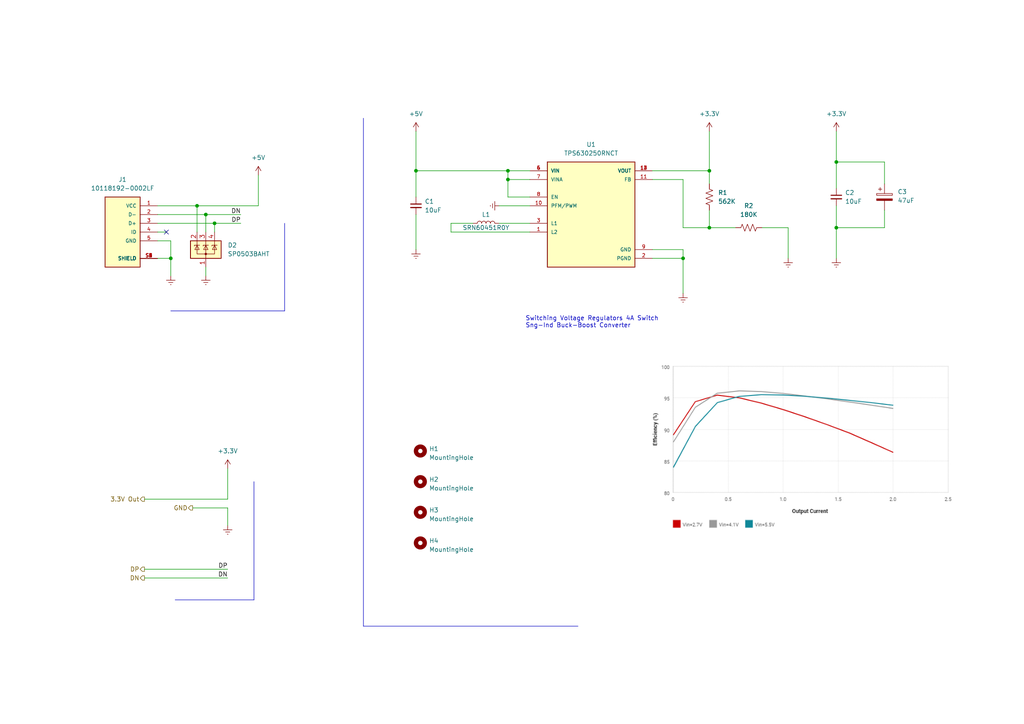
<source format=kicad_sch>
(kicad_sch (version 20230121) (generator eeschema)
  (paper "A4")
  (title_block (title "Accelerometer Sensor") (date "2023-07-02") (rev "02") (company "Electronial") (comment 1 "Designed by Electronial") (comment 2 "https://danielismail.com/  ") (comment 3 "Property of NOVOAI[FIVERR]") (comment 4 "@Copyright & Reserved "))
  (lib_symbols
    (symbol "10118192-0002LF:10118192-0002LF" (pin_names (offset 1.016))
      (property "Reference" "J" (at -5.08 11.43 0))
      (property "Value" "10118192-0002LF" (at -5.08 -12.7 0))
      (symbol "10118192-0002LF_0_0"
        (rectangle (start -5.08 -10.16) (end 5.08 10.16) (stroke (width 0.254)) (fill (type background)))
        (pin power_in line (at -10.16 7.62 0) (length 5.08) (name "VCC") (number "1"))
        (pin bidirectional line (at -10.16 5.08 0) (length 5.08) (name "D-") (number "2"))
        (pin bidirectional line (at -10.16 2.54 0) (length 5.08) (name "D+") (number "3"))
        (pin bidirectional line (at -10.16 0 0) (length 5.08) (name "ID") (number "4"))
        (pin power_in line (at -10.16 -2.54 0) (length 5.08) (name "GND") (number "5"))
        (pin passive line (at -10.16 -7.62 0) (length 5.08) (name "SHIELD") (number "S1"))
        (pin passive line (at -10.16 -7.62 0) (length 5.08) (name "SHIELD") (number "S2"))
        (pin passive line (at -10.16 -7.62 0) (length 5.08) (name "SHIELD") (number "S3"))
        (pin passive line (at -10.16 -7.62 0) (length 5.08) (name "SHIELD") (number "S4"))
        (pin passive line (at -10.16 -7.62 0) (length 5.08) (name "SHIELD") (number "S5"))
        (pin passive line (at -10.16 -7.62 0) (length 5.08) (name "SHIELD") (number "S6"))
      )
    )
    (symbol "Device:C_Polarized" (pin_numbers hide) (pin_names (offset 0.254))
      (property "Reference" "C" (at 0.635 2.54 0))
      (property "Value" "C_Polarized" (at 0.635 -2.54 0))
      (symbol "C_Polarized_0_1"
        (rectangle (start -2.286 0.508) (end 2.286 1.016))
        (polyline (pts (xy -1.778 2.286) (xy -0.762 2.286)))
        (polyline (pts (xy -1.27 2.794) (xy -1.27 1.778)))
        (rectangle (start 2.286 -0.508) (end -2.286 -1.016) (fill (type outline)))
      )
      (symbol "C_Polarized_1_1"
        (pin passive line (at 0 3.81 270) (length 2.794) (name "~") (number "1"))
        (pin passive line (at 0 -3.81 90) (length 2.794) (name "~") (number "2"))
      )
    )
    (symbol "Device:C_Small" (pin_numbers hide) (pin_names (offset 0.254) hide)
      (property "Reference" "C" (at 0.254 1.778 0))
      (property "Value" "C_Small" (at 0.254 -2.032 0))
      (symbol "C_Small_0_1"
        (polyline (pts (xy -1.524 -0.508) (xy 1.524 -0.508)) (stroke (width 0.3302)))
        (polyline (pts (xy -1.524 0.508) (xy 1.524 0.508)) (stroke (width 0.3048)))
      )
      (symbol "C_Small_1_1"
        (pin passive line (at 0 2.54 270) (length 2.032) (name "~") (number "1"))
        (pin passive line (at 0 -2.54 90) (length 2.032) (name "~") (number "2"))
      )
    )
    (symbol "Device:L" (pin_numbers hide) (pin_names (offset 1.016) hide)
      (property "Reference" "L" (at -1.27 0 90))
      (property "Value" "L" (at 1.905 0 90))
      (symbol "L_0_1"
        (arc (start 0 -2.54) (mid 0.6323 -1.905) (end 0 -1.27))
        (arc (start 0 -1.27) (mid 0.6323 -0.635) (end 0 0))
        (arc (start 0 0) (mid 0.6323 0.635) (end 0 1.27))
        (arc (start 0 1.27) (mid 0.6323 1.905) (end 0 2.54))
      )
      (symbol "L_1_1"
        (pin passive line (at 0 3.81 270) (length 1.27) (name "1") (number "1"))
        (pin passive line (at 0 -3.81 90) (length 1.27) (name "2") (number "2"))
      )
    )
    (symbol "Device:R_US" (pin_numbers hide) (pin_names (offset 0))
      (property "Reference" "R" (at 2.54 0 90))
      (property "Value" "R_US" (at -2.54 0 90))
      (symbol "R_US_0_1"
        (polyline (pts (xy 0 -2.286) (xy 0 -2.54)))
        (polyline (pts (xy 0 2.286) (xy 0 2.54)))
        (polyline (pts (xy 0 -0.762) (xy 1.016 -1.143) (xy 0 -1.524) (xy -1.016 -1.905) (xy 0 -2.286)))
        (polyline (pts (xy 0 0.762) (xy 1.016 0.381) (xy 0 0) (xy -1.016 -0.381) (xy 0 -0.762)))
        (polyline (pts (xy 0 2.286) (xy 1.016 1.905) (xy 0 1.524) (xy -1.016 1.143) (xy 0 0.762)))
      )
      (symbol "R_US_1_1"
        (pin passive line (at 0 3.81 270) (length 1.27) (name "~") (number "1"))
        (pin passive line (at 0 -3.81 90) (length 1.27) (name "~") (number "2"))
      )
    )
    (symbol "Mechanical:MountingHole" (pin_names (offset 1.016))
      (property "Reference" "H" (at 0 5.08 0))
      (property "Value" "MountingHole" (at 0 3.175 0))
      (symbol "MountingHole_0_1"
        (circle (center 0 0) (radius 1.27) (stroke (width 1.27)))
      )
    )
    (symbol "Power_Protection:SP0503BAHT" (pin_names hide)
      (property "Reference" "D" (at 5.715 2.54 0))
      (property "Value" "SP0503BAHT" (at 5.715 0.635 0))
      (symbol "SP0503BAHT_0_0"
        (pin passive line (at 0 -5.08 90) (length 2.54) (name "A") (number "1"))
      )
      (symbol "SP0503BAHT_0_1"
        (rectangle (start -4.445 2.54) (end 4.445 -2.54) (stroke (width 0.254)) (fill (type background)))
        (circle (center 0 -1.27) (radius 0.254) (fill (type outline)))
        (polyline (pts (xy -2.54 2.54) (xy -2.54 1.27)))
        (polyline (pts (xy 0 -1.27) (xy 0 -2.54)))
        (polyline (pts (xy 0 -1.27) (xy 0 1.27)))
        (polyline (pts (xy 0 2.54) (xy 0 1.27)))
        (polyline (pts (xy 0.635 1.27) (xy 0.762 1.27)))
        (polyline (pts (xy 2.54 2.54) (xy 2.54 1.27)))
        (polyline (pts (xy 0.635 1.27) (xy -0.762 1.27) (xy -0.762 1.016)))
        (polyline (pts (xy -3.302 1.016) (xy -3.302 1.27) (xy -1.905 1.27) (xy -1.778 1.27)))
        (polyline (pts (xy -2.54 1.27) (xy -2.54 -1.27) (xy 2.54 -1.27) (xy 2.54 1.27)))
        (polyline (pts (xy -2.54 1.27) (xy -1.905 0) (xy -3.175 0) (xy -2.54 1.27)))
        (polyline (pts (xy 0.635 0) (xy -0.635 0) (xy 0 1.27) (xy 0.635 0)))
        (polyline (pts (xy 1.778 1.016) (xy 1.778 1.27) (xy 3.175 1.27) (xy 3.302 1.27)))
        (polyline (pts (xy 2.54 1.27) (xy 1.905 0) (xy 3.175 0) (xy 2.54 1.27)))
      )
      (symbol "SP0503BAHT_1_1"
        (pin passive line (at -2.54 5.08 270) (length 2.54) (name "K") (number "2"))
        (pin passive line (at 0 5.08 270) (length 2.54) (name "K") (number "3"))
        (pin passive line (at 2.54 5.08 270) (length 2.54) (name "K") (number "4"))
      )
    )
    (symbol "TPS630250RNCT:TPS630250RNCT" (pin_names (offset 1.016))
      (property "Reference" "U" (at -12.7 16.51 0))
      (property "Value" "TPS630250RNCT" (at -12.7 -16.51 0))
      (symbol "TPS630250RNCT_0_0"
        (rectangle (start -12.7 -15.24) (end 12.7 15.24) (stroke (width 0.254)) (fill (type background)))
        (pin passive line (at -17.78 -5.08 0) (length 5.08) (name "L2") (number "1"))
        (pin input line (at -17.78 2.54 0) (length 5.08) (name "PFM/PWM") (number "10"))
        (pin input line (at 17.78 10.16 180) (length 5.08) (name "FB") (number "11"))
        (pin output line (at 17.78 12.7 180) (length 5.08) (name "VOUT") (number "12"))
        (pin output line (at 17.78 12.7 180) (length 5.08) (name "VOUT") (number "13"))
        (pin output line (at 17.78 12.7 180) (length 5.08) (name "VOUT") (number "14"))
        (pin power_in line (at 17.78 -12.7 180) (length 5.08) (name "PGND") (number "2"))
        (pin passive line (at -17.78 -2.54 0) (length 5.08) (name "L1") (number "3"))
        (pin input line (at -17.78 12.7 0) (length 5.08) (name "VIN") (number "4"))
        (pin input line (at -17.78 12.7 0) (length 5.08) (name "VIN") (number "5"))
        (pin input line (at -17.78 12.7 0) (length 5.08) (name "VIN") (number "6"))
        (pin input line (at -17.78 10.16 0) (length 5.08) (name "VINA") (number "7"))
        (pin input line (at -17.78 5.08 0) (length 5.08) (name "EN") (number "8"))
        (pin power_in line (at 17.78 -10.16 180) (length 5.08) (name "GND") (number "9"))
      )
    )
    (symbol "power:+3.3V" (power) (pin_names (offset 0))
      (property "Value" "+3.3V" (at 0 3.556 0))
      (symbol "+3.3V_0_1"
        (polyline (pts (xy -0.762 1.27) (xy 0 2.54)))
        (polyline (pts (xy 0 0) (xy 0 2.54)))
        (polyline (pts (xy 0 2.54) (xy 0.762 1.27)))
      )
      (symbol "+3.3V_1_1"
        (pin power_in line (at 0 0 90) (length 0) hide (name "+3.3V") (number "1"))
      )
    )
    (symbol "power:+5V" (power) (pin_names (offset 0))
      (property "Value" "+5V" (at 0 3.556 0))
      (symbol "+5V_0_1"
        (polyline (pts (xy -0.762 1.27) (xy 0 2.54)))
        (polyline (pts (xy 0 0) (xy 0 2.54)))
        (polyline (pts (xy 0 2.54) (xy 0.762 1.27)))
      )
      (symbol "+5V_1_1"
        (pin power_in line (at 0 0 90) (length 0) hide (name "+5V") (number "1"))
      )
    )
    (symbol "power:Earth" (power) (pin_names (offset 0))
      (symbol "Earth_0_1"
        (polyline (pts (xy -0.635 -1.905) (xy 0.635 -1.905)))
        (polyline (pts (xy -0.127 -2.54) (xy 0.127 -2.54)))
        (polyline (pts (xy 0 -1.27) (xy 0 0)))
        (polyline (pts (xy 1.27 -1.27) (xy -1.27 -1.27)))
      )
      (symbol "Earth_1_1"
        (pin power_in line (at 0 0 270) (length 0) hide (name "Earth") (number "1"))
      )
    )
  )
  (junction (at 57.15 59.69))
  (junction (at 59.69 62.23))
  (junction (at 205.74 49.53))
  (junction (at 49.53 74.93))
  (junction (at 120.65 49.53))
  (junction (at 147.32 52.07))
  (junction (at 198.12 74.93))
  (junction (at 147.32 49.53))
  (junction (at 242.57 66.04))
  (junction (at 205.74 66.04))
  (junction (at 242.57 46.99))
  (junction (at 62.23 64.77))
  (no_connect (at 48.26 67.31))
  (polyline (pts (xy 105.41 181.61) (xy 167.64 181.61)))
  (wire (pts (xy 147.32 49.53) (xy 153.67 49.53)))
  (wire (pts (xy 256.54 66.04) (xy 242.57 66.04)))
  (wire (pts (xy 45.72 69.85) (xy 49.53 69.85)))
  (wire (pts (xy 205.74 49.53) (xy 189.23 49.53)))
  (polyline (pts (xy 50.8 173.99) (xy 73.66 173.99)))
  (wire (pts (xy 147.32 52.07) (xy 153.67 52.07)))
  (polyline (pts (xy 73.66 139.7) (xy 73.66 173.99)))
  (wire (pts (xy 120.65 38.1) (xy 120.65 49.53)))
  (wire (pts (xy 57.15 59.69) (xy 74.93 59.69)))
  (wire (pts (xy 189.23 74.93) (xy 198.12 74.93)))
  (wire (pts (xy 198.12 72.39) (xy 189.23 72.39)))
  (wire (pts (xy 144.78 64.77) (xy 153.67 64.77)))
  (wire (pts (xy 198.12 72.39) (xy 198.12 74.93)))
  (wire (pts (xy 198.12 66.04) (xy 198.12 52.07)))
  (wire (pts (xy 228.6 66.04) (xy 220.98 66.04)))
  (wire (pts (xy 62.23 64.77) (xy 62.23 67.31)))
  (wire (pts (xy 153.67 57.15) (xy 147.32 57.15)))
  (wire (pts (xy 205.74 38.1) (xy 205.74 49.53)))
  (wire (pts (xy 66.04 167.64) (xy 41.91 167.64)))
  (wire (pts (xy 59.69 62.23) (xy 69.85 62.23)))
  (wire (pts (xy 45.72 64.77) (xy 62.23 64.77)))
  (wire (pts (xy 62.23 64.77) (xy 69.85 64.77)))
  (wire (pts (xy 59.69 62.23) (xy 59.69 67.31)))
  (wire (pts (xy 49.53 69.85) (xy 49.53 74.93)))
  (wire (pts (xy 130.81 64.77) (xy 137.16 64.77)))
  (wire (pts (xy 147.32 52.07) (xy 147.32 49.53)))
  (wire (pts (xy 45.72 59.69) (xy 57.15 59.69)))
  (wire (pts (xy 144.78 59.69) (xy 153.67 59.69)))
  (wire (pts (xy 256.54 46.99) (xy 256.54 53.34)))
  (wire (pts (xy 130.81 67.31) (xy 130.81 64.77)))
  (wire (pts (xy 120.65 62.23) (xy 120.65 72.39)))
  (polyline (pts (xy 82.55 64.77) (xy 82.55 90.17)))
  (wire (pts (xy 120.65 49.53) (xy 147.32 49.53)))
  (wire (pts (xy 242.57 38.1) (xy 242.57 46.99)))
  (wire (pts (xy 66.04 165.1) (xy 41.91 165.1)))
  (polyline (pts (xy 49.53 90.17) (xy 82.55 90.17)))
  (wire (pts (xy 153.67 67.31) (xy 130.81 67.31)))
  (wire (pts (xy 213.36 66.04) (xy 205.74 66.04)))
  (wire (pts (xy 45.72 62.23) (xy 59.69 62.23)))
  (wire (pts (xy 242.57 74.93) (xy 242.57 66.04)))
  (wire (pts (xy 242.57 46.99) (xy 242.57 54.61)))
  (wire (pts (xy 256.54 60.96) (xy 256.54 66.04)))
  (wire (pts (xy 205.74 66.04) (xy 198.12 66.04)))
  (wire (pts (xy 49.53 80.01) (xy 49.53 74.93)))
  (wire (pts (xy 228.6 74.93) (xy 228.6 66.04)))
  (wire (pts (xy 49.53 74.93) (xy 45.72 74.93)))
  (wire (pts (xy 205.74 53.34) (xy 205.74 49.53)))
  (wire (pts (xy 66.04 135.89) (xy 66.04 144.78)))
  (wire (pts (xy 120.65 49.53) (xy 120.65 57.15)))
  (wire (pts (xy 147.32 57.15) (xy 147.32 52.07)))
  (wire (pts (xy 57.15 59.69) (xy 57.15 67.31)))
  (wire (pts (xy 45.72 67.31) (xy 48.26 67.31)))
  (wire (pts (xy 198.12 52.07) (xy 189.23 52.07)))
  (wire (pts (xy 205.74 66.04) (xy 205.74 60.96)))
  (wire (pts (xy 66.04 152.4) (xy 66.04 147.32)))
  (polyline (pts (xy 105.41 34.29) (xy 105.41 181.61)))
  (wire (pts (xy 59.69 77.47) (xy 59.69 80.01)))
  (wire (pts (xy 41.91 144.78) (xy 66.04 144.78)))
  (wire (pts (xy 55.88 147.32) (xy 66.04 147.32)))
  (wire (pts (xy 256.54 46.99) (xy 242.57 46.99)))
  (wire (pts (xy 74.93 50.8) (xy 74.93 59.69)))
  (wire (pts (xy 198.12 74.93) (xy 198.12 85.09)))
  (wire (pts (xy 242.57 66.04) (xy 242.57 59.69)))
  (image (at 229.87 129.54) (scale 1.53719))
  (text "Switching Voltage Regulators 4A Switch \nSng-Ind Buck-Boost Converter" (at 152.4 95.25 0) (effects (font (size 1.27 1.27)) (justify left bottom)))
  (label "DP" (at 69.85 64.77 180))
  (label "DP" (at 66.04 165.1 180))
  (label "DN" (at 66.04 167.64 180))
  (label "DN" (at 69.85 62.23 180))
  (hierarchical_label "3.3V Out" (shape output) (at 41.91 144.78 180))
  (hierarchical_label "GND" (shape output) (at 55.88 147.32 180))
  (hierarchical_label "DP" (shape output) (at 41.91 165.1 180))
  (hierarchical_label "DN" (shape output) (at 41.91 167.64 180))
  (symbol (lib_id "power:+5V") (at 120.65 38.1 0) (mirror y) (unit 1)
    (property "Reference" "#PWR0116" (effects hide))
    (property "Value" "+5V" (at 120.65 33.02 0))
  )
  (symbol (lib_id "power:Earth") (at 228.6 74.93 0) (unit 1)
    (property "Reference" "#PWR0111" (effects hide))
    (property "Value" "Earth" (effects hide))
  )
  (symbol (lib_id "10118192-0002LF:10118192-0002LF") (at 35.56 67.31 0) (mirror y) (unit 1)
    (property "Reference" "J1" (at 35.56 52.07 0))
    (property "Value" "10118192-0002LF" (at 35.56 54.61 0))
    (property "Footprint" "Footprint:AMPHENOL_10118192-0002LF" (effects hide))
    (property "PARTREV" "B" (effects hide))
    (property "MANUFACTURER" "Amphenol" (effects hide))
    (property "MAXIMUM_PACKAGE_HEIGHT" "2.8mm" (effects hide))
    (property "STANDARD" "Manufacturer Recommendations" (effects hide))
    (property "PRICE" "0.32" (effects hide))
    (property "Manufacturer_Part_Number" "10118192-0002LF" (effects hide))
    (property "LCSC mfr" "10118192-0002LF" (effects hide))
  )
  (symbol (lib_id "Mechanical:MountingHole") (at 121.92 148.59 0) (unit 1)
    (property "Reference" "H3" (at 124.46 147.955 0) (effects (justify left)))
    (property "Value" "MountingHole" (at 124.46 150.495 0) (effects (justify left)))
    (property "Footprint" "MountingHole:MountingHole_2mm" (effects hide))
    (property "Manufacturer_Part_Number" "DNP" (effects hide))
  )
  (symbol (lib_id "Device:R_US") (at 205.74 57.15 0) (unit 1)
    (property "Reference" "R1" (at 208.28 55.8799 0) (effects (justify left)))
    (property "Value" "562K" (at 208.28 58.4199 0) (effects (justify left)))
    (property "Footprint" "Resistor_SMD:R_0603_1608Metric_Pad0.98x0.95mm_HandSolder" (effects hide))
    (property "PRICE" "0.15" (effects hide))
    (property "Manufacturer_Part_Number" "ERJ-PA3F5623V" (effects hide))
    (property "LCSC mfr" "HP03W5F5623T5E" (effects hide))
  )
  (symbol (lib_id "power:Earth") (at 59.69 80.01 0) (mirror y) (unit 1)
    (property "Reference" "#PWR0200" (effects hide))
    (property "Value" "Earth" (effects hide))
  )
  (symbol (lib_id "power:+3.3V") (at 66.04 135.89 0) (unit 1)
    (property "Reference" "#PWR0114" (effects hide))
    (property "Value" "+3.3V" (at 66.04 130.81 0))
  )
  (symbol (lib_id "Device:L") (at 140.97 64.77 90) (unit 1)
    (property "Reference" "L1" (at 140.97 62.23 90))
    (property "Value" "SRN60451R0Y" (at 140.97 66.04 90))
    (property "Footprint" "Footprint:SRN60451R0Y" (effects hide))
    (property "PRICE" "0.6" (effects hide))
    (property "Manufacturer_Part_Number" "SRN60451R0Y" (effects hide))
  )
  (symbol (lib_id "Mechanical:MountingHole") (at 121.92 130.81 0) (unit 1)
    (property "Reference" "H1" (at 124.46 130.175 0) (effects (justify left)))
    (property "Value" "MountingHole" (at 124.46 132.715 0) (effects (justify left)))
    (property "Footprint" "MountingHole:MountingHole_2mm" (effects hide))
    (property "Manufacturer_Part_Number" "DNP" (effects hide))
  )
  (symbol (lib_id "Mechanical:MountingHole") (at 121.92 157.48 0) (unit 1)
    (property "Reference" "H4" (at 124.46 156.845 0) (effects (justify left)))
    (property "Value" "MountingHole" (at 124.46 159.385 0) (effects (justify left)))
    (property "Footprint" "MountingHole:MountingHole_2mm" (effects hide))
    (property "Manufacturer_Part_Number" "DNP" (effects hide))
  )
  (symbol (lib_id "Device:C_Small") (at 120.65 59.69 0) (unit 1)
    (property "Reference" "C1" (at 123.19 58.4262 0) (effects (justify left)))
    (property "Value" "10uF" (at 123.19 60.9662 0) (effects (justify left)))
    (property "Footprint" "Capacitor_SMD:C_0805_2012Metric_Pad1.18x1.45mm_HandSolder" (effects hide))
    (property "PRICE" "0.2" (effects hide))
    (property "Manufacturer_Part_Number" "CL21A106KAYNNNE" (effects hide))
    (property "LCSC mfr" "CL21A106KAYNNNE" (effects hide))
  )
  (symbol (lib_id "power:+5V") (at 74.93 50.8 0) (mirror y) (unit 1)
    (property "Reference" "#PWR0118" (effects hide))
    (property "Value" "+5V" (at 74.93 45.72 0))
  )
  (symbol (lib_id "power:Earth") (at 242.57 74.93 0) (unit 1)
    (property "Reference" "#PWR0113" (effects hide))
    (property "Value" "Earth" (effects hide))
  )
  (symbol (lib_id "power:Earth") (at 198.12 85.09 0) (unit 1)
    (property "Reference" "#PWR0112" (effects hide))
    (property "Value" "Earth" (effects hide))
  )
  (symbol (lib_id "Device:R_US") (at 217.17 66.04 270) (unit 1)
    (property "Reference" "R2" (at 217.17 59.69 90))
    (property "Value" "180K" (at 217.17 62.23 90))
    (property "Footprint" "Resistor_SMD:R_0603_1608Metric_Pad0.98x0.95mm_HandSolder" (effects hide))
    (property "PRICE" "0.1" (effects hide))
    (property "Manufacturer_Part_Number" "CRGH0603F180K" (effects hide))
    (property "LCSC mfr" "HP03W5J0184T5E" (effects hide))
  )
  (symbol (lib_id "Device:C_Small") (at 242.57 57.15 0) (unit 1)
    (property "Reference" "C2" (at 245.11 55.8862 0) (effects (justify left)))
    (property "Value" "10uF" (at 245.11 58.4262 0) (effects (justify left)))
    (property "Footprint" "Capacitor_SMD:C_0805_2012Metric_Pad1.18x1.45mm_HandSolder" (effects hide))
    (property "PRICE" "0.2" (effects hide))
    (property "Manufacturer_Part_Number" "CL21A106KAYNNNE" (effects hide))
    (property "LCSC mfr" "CL21A106KAYNNNE" (effects hide))
  )
  (symbol (lib_id "power:Earth") (at 49.53 80.01 0) (mirror y) (unit 1)
    (property "Reference" "#PWR0119" (effects hide))
    (property "Value" "Earth" (effects hide))
  )
  (symbol (lib_id "power:Earth") (at 66.04 152.4 0) (unit 1)
    (property "Reference" "#PWR0115" (effects hide))
    (property "Value" "Earth" (effects hide))
  )
  (symbol (lib_id "TPS630250RNCT:TPS630250RNCT") (at 171.45 62.23 0) (unit 1)
    (property "Reference" "U1" (at 171.45 41.91 0))
    (property "Value" "TPS630250RNCT" (at 171.45 44.45 0))
    (property "Footprint" "Footprint:VREG_TPS630250RNCT" (effects hide))
    (property "STANDARD" "Manufacturer Recommendations" (effects hide))
    (property "PARTREV" "B" (effects hide))
    (property "MANUFACTURER" "Texas Instruments" (effects hide))
    (property "MAXIMUM_PACKAGE_HEIGHT" "1.0 mm" (effects hide))
    (property "PRICE" "2.3" (effects hide))
    (property "Manufacturer_Part_Number" "TPS630250RNCT" (effects hide))
  )
  (symbol (lib_id "Power_Protection:SP0503BAHT") (at 59.69 72.39 0) (unit 1)
    (property "Reference" "D2" (at 66.04 71.1199 0) (effects (justify left)))
    (property "Value" "SP0503BAHT" (at 66.04 73.6599 0) (effects (justify left)))
    (property "Footprint" "Package_TO_SOT_SMD:SOT-143" (effects hide))
    (property "Datasheet" "http://www.littelfuse.com/~/media/files/littelfuse/technical%20resources/documents/data%20sheets/sp05xxba.pdf" (effects hide))
    (property "LCSC mfr" "SP0503BAHTG" (effects hide))
    (property "Manufacturer_Part_Number" "SP0503BAHT" (effects hide))
    (property "PRICE" "0.17" (effects hide))
  )
  (symbol (lib_id "power:+3.3V") (at 242.57 38.1 0) (unit 1)
    (property "Reference" "#PWR0109" (effects hide))
    (property "Value" "+3.3V" (at 242.57 33.02 0))
  )
  (symbol (lib_id "Mechanical:MountingHole") (at 121.92 139.7 0) (unit 1)
    (property "Reference" "H2" (at 124.46 139.065 0) (effects (justify left)))
    (property "Value" "MountingHole" (at 124.46 141.605 0) (effects (justify left)))
    (property "Footprint" "MountingHole:MountingHole_2mm" (effects hide))
    (property "Manufacturer_Part_Number" "DNP" (effects hide))
  )
  (symbol (lib_id "Device:C_Polarized") (at 256.54 57.15 0) (unit 1)
    (property "Reference" "C3" (at 260.35 55.626 0) (effects (justify left)))
    (property "Value" "47uF" (at 260.35 58.166 0) (effects (justify left)))
    (property "Footprint" "Capacitor_SMD:C_1210_3225Metric_Pad1.33x2.70mm_HandSolder" (effects hide))
    (property "Manufacturer_Part_Number" "TAJB476K010RNJ" (effects hide))
    (property "LCSC mfr" "TAJB476K010RNJ" (effects hide))
  )
  (symbol (lib_id "power:+3.3V") (at 205.74 38.1 0) (unit 1)
    (property "Reference" "#PWR0110" (effects hide))
    (property "Value" "+3.3V" (at 205.74 33.02 0))
  )
  (symbol (lib_id "power:Earth") (at 144.78 59.69 270) (unit 1)
    (property "Reference" "#PWR0117" (effects hide))
    (property "Value" "Earth" (effects hide))
  )
  (symbol (lib_id "power:Earth") (at 120.65 72.39 0) (unit 1)
    (property "Reference" "#PWR0120" (effects hide))
    (property "Value" "Earth" (effects hide))
  )
)
</source>
